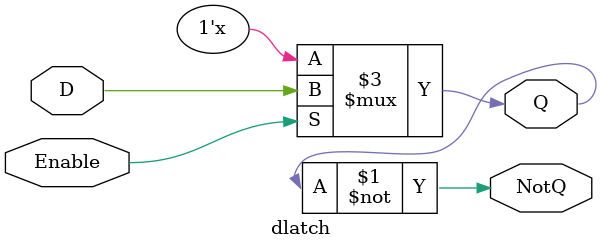
<source format=v>
module dlatch (
    input Enable,
    input D,
    output reg Q,
    output NotQ
);
    assign NotQ = ~Q;

    always @(*) begin
        if (Enable) begin
            Q <= D;
        end
    end
endmodule
</source>
